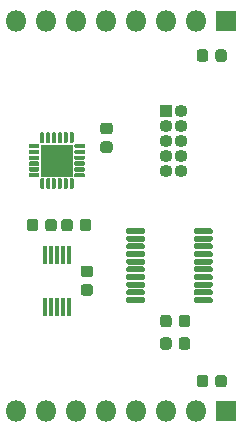
<source format=gbr>
%TF.GenerationSoftware,KiCad,Pcbnew,(5.1.6)-1*%
%TF.CreationDate,2020-11-21T10:09:12-08:00*%
%TF.ProjectId,SoftTakeover,536f6674-5461-46b6-956f-7665722e6b69,rev?*%
%TF.SameCoordinates,Original*%
%TF.FileFunction,Soldermask,Top*%
%TF.FilePolarity,Negative*%
%FSLAX46Y46*%
G04 Gerber Fmt 4.6, Leading zero omitted, Abs format (unit mm)*
G04 Created by KiCad (PCBNEW (5.1.6)-1) date 2020-11-21 10:09:12*
%MOMM*%
%LPD*%
G01*
G04 APERTURE LIST*
%ADD10O,1.800000X1.800000*%
%ADD11R,1.800000X1.800000*%
%ADD12R,0.400000X1.500000*%
%ADD13R,2.700000X2.700000*%
%ADD14R,1.100000X1.100000*%
%ADD15O,1.100000X1.100000*%
G04 APERTURE END LIST*
%TO.C,C6*%
G36*
G01*
X140101500Y-112041250D02*
X140101500Y-111478750D01*
G75*
G02*
X140345250Y-111235000I243750J0D01*
G01*
X140832750Y-111235000D01*
G75*
G02*
X141076500Y-111478750I0J-243750D01*
G01*
X141076500Y-112041250D01*
G75*
G02*
X140832750Y-112285000I-243750J0D01*
G01*
X140345250Y-112285000D01*
G75*
G02*
X140101500Y-112041250I0J243750D01*
G01*
G37*
G36*
G01*
X138526500Y-112041250D02*
X138526500Y-111478750D01*
G75*
G02*
X138770250Y-111235000I243750J0D01*
G01*
X139257750Y-111235000D01*
G75*
G02*
X139501500Y-111478750I0J-243750D01*
G01*
X139501500Y-112041250D01*
G75*
G02*
X139257750Y-112285000I-243750J0D01*
G01*
X138770250Y-112285000D01*
G75*
G02*
X138526500Y-112041250I0J243750D01*
G01*
G37*
%TD*%
%TO.C,C2*%
G36*
G01*
X142600500Y-116558750D02*
X142600500Y-117121250D01*
G75*
G02*
X142356750Y-117365000I-243750J0D01*
G01*
X141869250Y-117365000D01*
G75*
G02*
X141625500Y-117121250I0J243750D01*
G01*
X141625500Y-116558750D01*
G75*
G02*
X141869250Y-116315000I243750J0D01*
G01*
X142356750Y-116315000D01*
G75*
G02*
X142600500Y-116558750I0J-243750D01*
G01*
G37*
G36*
G01*
X144175500Y-116558750D02*
X144175500Y-117121250D01*
G75*
G02*
X143931750Y-117365000I-243750J0D01*
G01*
X143444250Y-117365000D01*
G75*
G02*
X143200500Y-117121250I0J243750D01*
G01*
X143200500Y-116558750D01*
G75*
G02*
X143444250Y-116315000I243750J0D01*
G01*
X143931750Y-116315000D01*
G75*
G02*
X144175500Y-116558750I0J-243750D01*
G01*
G37*
%TD*%
%TO.C,C5*%
G36*
G01*
X140101500Y-113946250D02*
X140101500Y-113383750D01*
G75*
G02*
X140345250Y-113140000I243750J0D01*
G01*
X140832750Y-113140000D01*
G75*
G02*
X141076500Y-113383750I0J-243750D01*
G01*
X141076500Y-113946250D01*
G75*
G02*
X140832750Y-114190000I-243750J0D01*
G01*
X140345250Y-114190000D01*
G75*
G02*
X140101500Y-113946250I0J243750D01*
G01*
G37*
G36*
G01*
X138526500Y-113946250D02*
X138526500Y-113383750D01*
G75*
G02*
X138770250Y-113140000I243750J0D01*
G01*
X139257750Y-113140000D01*
G75*
G02*
X139501500Y-113383750I0J-243750D01*
G01*
X139501500Y-113946250D01*
G75*
G02*
X139257750Y-114190000I-243750J0D01*
G01*
X138770250Y-114190000D01*
G75*
G02*
X138526500Y-113946250I0J243750D01*
G01*
G37*
%TD*%
%TO.C,C4*%
G36*
G01*
X134266250Y-95940500D02*
X133703750Y-95940500D01*
G75*
G02*
X133460000Y-95696750I0J243750D01*
G01*
X133460000Y-95209250D01*
G75*
G02*
X133703750Y-94965500I243750J0D01*
G01*
X134266250Y-94965500D01*
G75*
G02*
X134510000Y-95209250I0J-243750D01*
G01*
X134510000Y-95696750D01*
G75*
G02*
X134266250Y-95940500I-243750J0D01*
G01*
G37*
G36*
G01*
X134266250Y-97515500D02*
X133703750Y-97515500D01*
G75*
G02*
X133460000Y-97271750I0J243750D01*
G01*
X133460000Y-96784250D01*
G75*
G02*
X133703750Y-96540500I243750J0D01*
G01*
X134266250Y-96540500D01*
G75*
G02*
X134510000Y-96784250I0J-243750D01*
G01*
X134510000Y-97271750D01*
G75*
G02*
X134266250Y-97515500I-243750J0D01*
G01*
G37*
%TD*%
%TO.C,C3*%
G36*
G01*
X132615250Y-108031000D02*
X132052750Y-108031000D01*
G75*
G02*
X131809000Y-107787250I0J243750D01*
G01*
X131809000Y-107299750D01*
G75*
G02*
X132052750Y-107056000I243750J0D01*
G01*
X132615250Y-107056000D01*
G75*
G02*
X132859000Y-107299750I0J-243750D01*
G01*
X132859000Y-107787250D01*
G75*
G02*
X132615250Y-108031000I-243750J0D01*
G01*
G37*
G36*
G01*
X132615250Y-109606000D02*
X132052750Y-109606000D01*
G75*
G02*
X131809000Y-109362250I0J243750D01*
G01*
X131809000Y-108874750D01*
G75*
G02*
X132052750Y-108631000I243750J0D01*
G01*
X132615250Y-108631000D01*
G75*
G02*
X132859000Y-108874750I0J-243750D01*
G01*
X132859000Y-109362250D01*
G75*
G02*
X132615250Y-109606000I-243750J0D01*
G01*
G37*
%TD*%
%TO.C,C1*%
G36*
G01*
X142600500Y-88999750D02*
X142600500Y-89562250D01*
G75*
G02*
X142356750Y-89806000I-243750J0D01*
G01*
X141869250Y-89806000D01*
G75*
G02*
X141625500Y-89562250I0J243750D01*
G01*
X141625500Y-88999750D01*
G75*
G02*
X141869250Y-88756000I243750J0D01*
G01*
X142356750Y-88756000D01*
G75*
G02*
X142600500Y-88999750I0J-243750D01*
G01*
G37*
G36*
G01*
X144175500Y-88999750D02*
X144175500Y-89562250D01*
G75*
G02*
X143931750Y-89806000I-243750J0D01*
G01*
X143444250Y-89806000D01*
G75*
G02*
X143200500Y-89562250I0J243750D01*
G01*
X143200500Y-88999750D01*
G75*
G02*
X143444250Y-88756000I243750J0D01*
G01*
X143931750Y-88756000D01*
G75*
G02*
X144175500Y-88999750I0J-243750D01*
G01*
G37*
%TD*%
D10*
%TO.C,J1*%
X126365000Y-86360000D03*
X128905000Y-86360000D03*
X131445000Y-86360000D03*
X133985000Y-86360000D03*
X136525000Y-86360000D03*
X139065000Y-86360000D03*
X141605000Y-86360000D03*
D11*
X144145000Y-86360000D03*
%TD*%
%TO.C,U3*%
G36*
G01*
X137244000Y-109861000D02*
X137244000Y-110111000D01*
G75*
G02*
X137119000Y-110236000I-125000J0D01*
G01*
X135794000Y-110236000D01*
G75*
G02*
X135669000Y-110111000I0J125000D01*
G01*
X135669000Y-109861000D01*
G75*
G02*
X135794000Y-109736000I125000J0D01*
G01*
X137119000Y-109736000D01*
G75*
G02*
X137244000Y-109861000I0J-125000D01*
G01*
G37*
G36*
G01*
X137244000Y-109211000D02*
X137244000Y-109461000D01*
G75*
G02*
X137119000Y-109586000I-125000J0D01*
G01*
X135794000Y-109586000D01*
G75*
G02*
X135669000Y-109461000I0J125000D01*
G01*
X135669000Y-109211000D01*
G75*
G02*
X135794000Y-109086000I125000J0D01*
G01*
X137119000Y-109086000D01*
G75*
G02*
X137244000Y-109211000I0J-125000D01*
G01*
G37*
G36*
G01*
X137244000Y-108561000D02*
X137244000Y-108811000D01*
G75*
G02*
X137119000Y-108936000I-125000J0D01*
G01*
X135794000Y-108936000D01*
G75*
G02*
X135669000Y-108811000I0J125000D01*
G01*
X135669000Y-108561000D01*
G75*
G02*
X135794000Y-108436000I125000J0D01*
G01*
X137119000Y-108436000D01*
G75*
G02*
X137244000Y-108561000I0J-125000D01*
G01*
G37*
G36*
G01*
X137244000Y-107911000D02*
X137244000Y-108161000D01*
G75*
G02*
X137119000Y-108286000I-125000J0D01*
G01*
X135794000Y-108286000D01*
G75*
G02*
X135669000Y-108161000I0J125000D01*
G01*
X135669000Y-107911000D01*
G75*
G02*
X135794000Y-107786000I125000J0D01*
G01*
X137119000Y-107786000D01*
G75*
G02*
X137244000Y-107911000I0J-125000D01*
G01*
G37*
G36*
G01*
X137244000Y-107261000D02*
X137244000Y-107511000D01*
G75*
G02*
X137119000Y-107636000I-125000J0D01*
G01*
X135794000Y-107636000D01*
G75*
G02*
X135669000Y-107511000I0J125000D01*
G01*
X135669000Y-107261000D01*
G75*
G02*
X135794000Y-107136000I125000J0D01*
G01*
X137119000Y-107136000D01*
G75*
G02*
X137244000Y-107261000I0J-125000D01*
G01*
G37*
G36*
G01*
X137244000Y-106611000D02*
X137244000Y-106861000D01*
G75*
G02*
X137119000Y-106986000I-125000J0D01*
G01*
X135794000Y-106986000D01*
G75*
G02*
X135669000Y-106861000I0J125000D01*
G01*
X135669000Y-106611000D01*
G75*
G02*
X135794000Y-106486000I125000J0D01*
G01*
X137119000Y-106486000D01*
G75*
G02*
X137244000Y-106611000I0J-125000D01*
G01*
G37*
G36*
G01*
X137244000Y-105961000D02*
X137244000Y-106211000D01*
G75*
G02*
X137119000Y-106336000I-125000J0D01*
G01*
X135794000Y-106336000D01*
G75*
G02*
X135669000Y-106211000I0J125000D01*
G01*
X135669000Y-105961000D01*
G75*
G02*
X135794000Y-105836000I125000J0D01*
G01*
X137119000Y-105836000D01*
G75*
G02*
X137244000Y-105961000I0J-125000D01*
G01*
G37*
G36*
G01*
X137244000Y-105311000D02*
X137244000Y-105561000D01*
G75*
G02*
X137119000Y-105686000I-125000J0D01*
G01*
X135794000Y-105686000D01*
G75*
G02*
X135669000Y-105561000I0J125000D01*
G01*
X135669000Y-105311000D01*
G75*
G02*
X135794000Y-105186000I125000J0D01*
G01*
X137119000Y-105186000D01*
G75*
G02*
X137244000Y-105311000I0J-125000D01*
G01*
G37*
G36*
G01*
X137244000Y-104661000D02*
X137244000Y-104911000D01*
G75*
G02*
X137119000Y-105036000I-125000J0D01*
G01*
X135794000Y-105036000D01*
G75*
G02*
X135669000Y-104911000I0J125000D01*
G01*
X135669000Y-104661000D01*
G75*
G02*
X135794000Y-104536000I125000J0D01*
G01*
X137119000Y-104536000D01*
G75*
G02*
X137244000Y-104661000I0J-125000D01*
G01*
G37*
G36*
G01*
X137244000Y-104011000D02*
X137244000Y-104261000D01*
G75*
G02*
X137119000Y-104386000I-125000J0D01*
G01*
X135794000Y-104386000D01*
G75*
G02*
X135669000Y-104261000I0J125000D01*
G01*
X135669000Y-104011000D01*
G75*
G02*
X135794000Y-103886000I125000J0D01*
G01*
X137119000Y-103886000D01*
G75*
G02*
X137244000Y-104011000I0J-125000D01*
G01*
G37*
G36*
G01*
X142969000Y-104011000D02*
X142969000Y-104261000D01*
G75*
G02*
X142844000Y-104386000I-125000J0D01*
G01*
X141519000Y-104386000D01*
G75*
G02*
X141394000Y-104261000I0J125000D01*
G01*
X141394000Y-104011000D01*
G75*
G02*
X141519000Y-103886000I125000J0D01*
G01*
X142844000Y-103886000D01*
G75*
G02*
X142969000Y-104011000I0J-125000D01*
G01*
G37*
G36*
G01*
X142969000Y-104661000D02*
X142969000Y-104911000D01*
G75*
G02*
X142844000Y-105036000I-125000J0D01*
G01*
X141519000Y-105036000D01*
G75*
G02*
X141394000Y-104911000I0J125000D01*
G01*
X141394000Y-104661000D01*
G75*
G02*
X141519000Y-104536000I125000J0D01*
G01*
X142844000Y-104536000D01*
G75*
G02*
X142969000Y-104661000I0J-125000D01*
G01*
G37*
G36*
G01*
X142969000Y-105311000D02*
X142969000Y-105561000D01*
G75*
G02*
X142844000Y-105686000I-125000J0D01*
G01*
X141519000Y-105686000D01*
G75*
G02*
X141394000Y-105561000I0J125000D01*
G01*
X141394000Y-105311000D01*
G75*
G02*
X141519000Y-105186000I125000J0D01*
G01*
X142844000Y-105186000D01*
G75*
G02*
X142969000Y-105311000I0J-125000D01*
G01*
G37*
G36*
G01*
X142969000Y-105961000D02*
X142969000Y-106211000D01*
G75*
G02*
X142844000Y-106336000I-125000J0D01*
G01*
X141519000Y-106336000D01*
G75*
G02*
X141394000Y-106211000I0J125000D01*
G01*
X141394000Y-105961000D01*
G75*
G02*
X141519000Y-105836000I125000J0D01*
G01*
X142844000Y-105836000D01*
G75*
G02*
X142969000Y-105961000I0J-125000D01*
G01*
G37*
G36*
G01*
X142969000Y-106611000D02*
X142969000Y-106861000D01*
G75*
G02*
X142844000Y-106986000I-125000J0D01*
G01*
X141519000Y-106986000D01*
G75*
G02*
X141394000Y-106861000I0J125000D01*
G01*
X141394000Y-106611000D01*
G75*
G02*
X141519000Y-106486000I125000J0D01*
G01*
X142844000Y-106486000D01*
G75*
G02*
X142969000Y-106611000I0J-125000D01*
G01*
G37*
G36*
G01*
X142969000Y-107261000D02*
X142969000Y-107511000D01*
G75*
G02*
X142844000Y-107636000I-125000J0D01*
G01*
X141519000Y-107636000D01*
G75*
G02*
X141394000Y-107511000I0J125000D01*
G01*
X141394000Y-107261000D01*
G75*
G02*
X141519000Y-107136000I125000J0D01*
G01*
X142844000Y-107136000D01*
G75*
G02*
X142969000Y-107261000I0J-125000D01*
G01*
G37*
G36*
G01*
X142969000Y-107911000D02*
X142969000Y-108161000D01*
G75*
G02*
X142844000Y-108286000I-125000J0D01*
G01*
X141519000Y-108286000D01*
G75*
G02*
X141394000Y-108161000I0J125000D01*
G01*
X141394000Y-107911000D01*
G75*
G02*
X141519000Y-107786000I125000J0D01*
G01*
X142844000Y-107786000D01*
G75*
G02*
X142969000Y-107911000I0J-125000D01*
G01*
G37*
G36*
G01*
X142969000Y-108561000D02*
X142969000Y-108811000D01*
G75*
G02*
X142844000Y-108936000I-125000J0D01*
G01*
X141519000Y-108936000D01*
G75*
G02*
X141394000Y-108811000I0J125000D01*
G01*
X141394000Y-108561000D01*
G75*
G02*
X141519000Y-108436000I125000J0D01*
G01*
X142844000Y-108436000D01*
G75*
G02*
X142969000Y-108561000I0J-125000D01*
G01*
G37*
G36*
G01*
X142969000Y-109211000D02*
X142969000Y-109461000D01*
G75*
G02*
X142844000Y-109586000I-125000J0D01*
G01*
X141519000Y-109586000D01*
G75*
G02*
X141394000Y-109461000I0J125000D01*
G01*
X141394000Y-109211000D01*
G75*
G02*
X141519000Y-109086000I125000J0D01*
G01*
X142844000Y-109086000D01*
G75*
G02*
X142969000Y-109211000I0J-125000D01*
G01*
G37*
G36*
G01*
X142969000Y-109861000D02*
X142969000Y-110111000D01*
G75*
G02*
X142844000Y-110236000I-125000J0D01*
G01*
X141519000Y-110236000D01*
G75*
G02*
X141394000Y-110111000I0J125000D01*
G01*
X141394000Y-109861000D01*
G75*
G02*
X141519000Y-109736000I125000J0D01*
G01*
X142844000Y-109736000D01*
G75*
G02*
X142969000Y-109861000I0J-125000D01*
G01*
G37*
%TD*%
D12*
%TO.C,U2*%
X130794000Y-110531000D03*
X130294000Y-110531000D03*
X129794000Y-110531000D03*
X129294000Y-110531000D03*
X128794000Y-110531000D03*
X128794000Y-106131000D03*
X129294000Y-106131000D03*
X129794000Y-106131000D03*
X130294000Y-106131000D03*
X130794000Y-106131000D03*
%TD*%
D13*
%TO.C,U1*%
X129794000Y-98171000D03*
G36*
G01*
X131356500Y-96746000D02*
X132106500Y-96746000D01*
G75*
G02*
X132194000Y-96833500I0J-87500D01*
G01*
X132194000Y-97008500D01*
G75*
G02*
X132106500Y-97096000I-87500J0D01*
G01*
X131356500Y-97096000D01*
G75*
G02*
X131269000Y-97008500I0J87500D01*
G01*
X131269000Y-96833500D01*
G75*
G02*
X131356500Y-96746000I87500J0D01*
G01*
G37*
G36*
G01*
X131356500Y-97246000D02*
X132106500Y-97246000D01*
G75*
G02*
X132194000Y-97333500I0J-87500D01*
G01*
X132194000Y-97508500D01*
G75*
G02*
X132106500Y-97596000I-87500J0D01*
G01*
X131356500Y-97596000D01*
G75*
G02*
X131269000Y-97508500I0J87500D01*
G01*
X131269000Y-97333500D01*
G75*
G02*
X131356500Y-97246000I87500J0D01*
G01*
G37*
G36*
G01*
X131356500Y-97746000D02*
X132106500Y-97746000D01*
G75*
G02*
X132194000Y-97833500I0J-87500D01*
G01*
X132194000Y-98008500D01*
G75*
G02*
X132106500Y-98096000I-87500J0D01*
G01*
X131356500Y-98096000D01*
G75*
G02*
X131269000Y-98008500I0J87500D01*
G01*
X131269000Y-97833500D01*
G75*
G02*
X131356500Y-97746000I87500J0D01*
G01*
G37*
G36*
G01*
X131356500Y-98246000D02*
X132106500Y-98246000D01*
G75*
G02*
X132194000Y-98333500I0J-87500D01*
G01*
X132194000Y-98508500D01*
G75*
G02*
X132106500Y-98596000I-87500J0D01*
G01*
X131356500Y-98596000D01*
G75*
G02*
X131269000Y-98508500I0J87500D01*
G01*
X131269000Y-98333500D01*
G75*
G02*
X131356500Y-98246000I87500J0D01*
G01*
G37*
G36*
G01*
X131356500Y-98746000D02*
X132106500Y-98746000D01*
G75*
G02*
X132194000Y-98833500I0J-87500D01*
G01*
X132194000Y-99008500D01*
G75*
G02*
X132106500Y-99096000I-87500J0D01*
G01*
X131356500Y-99096000D01*
G75*
G02*
X131269000Y-99008500I0J87500D01*
G01*
X131269000Y-98833500D01*
G75*
G02*
X131356500Y-98746000I87500J0D01*
G01*
G37*
G36*
G01*
X131356500Y-99246000D02*
X132106500Y-99246000D01*
G75*
G02*
X132194000Y-99333500I0J-87500D01*
G01*
X132194000Y-99508500D01*
G75*
G02*
X132106500Y-99596000I-87500J0D01*
G01*
X131356500Y-99596000D01*
G75*
G02*
X131269000Y-99508500I0J87500D01*
G01*
X131269000Y-99333500D01*
G75*
G02*
X131356500Y-99246000I87500J0D01*
G01*
G37*
G36*
G01*
X130956500Y-99646000D02*
X131131500Y-99646000D01*
G75*
G02*
X131219000Y-99733500I0J-87500D01*
G01*
X131219000Y-100483500D01*
G75*
G02*
X131131500Y-100571000I-87500J0D01*
G01*
X130956500Y-100571000D01*
G75*
G02*
X130869000Y-100483500I0J87500D01*
G01*
X130869000Y-99733500D01*
G75*
G02*
X130956500Y-99646000I87500J0D01*
G01*
G37*
G36*
G01*
X130456500Y-99646000D02*
X130631500Y-99646000D01*
G75*
G02*
X130719000Y-99733500I0J-87500D01*
G01*
X130719000Y-100483500D01*
G75*
G02*
X130631500Y-100571000I-87500J0D01*
G01*
X130456500Y-100571000D01*
G75*
G02*
X130369000Y-100483500I0J87500D01*
G01*
X130369000Y-99733500D01*
G75*
G02*
X130456500Y-99646000I87500J0D01*
G01*
G37*
G36*
G01*
X129956500Y-99646000D02*
X130131500Y-99646000D01*
G75*
G02*
X130219000Y-99733500I0J-87500D01*
G01*
X130219000Y-100483500D01*
G75*
G02*
X130131500Y-100571000I-87500J0D01*
G01*
X129956500Y-100571000D01*
G75*
G02*
X129869000Y-100483500I0J87500D01*
G01*
X129869000Y-99733500D01*
G75*
G02*
X129956500Y-99646000I87500J0D01*
G01*
G37*
G36*
G01*
X129456500Y-99646000D02*
X129631500Y-99646000D01*
G75*
G02*
X129719000Y-99733500I0J-87500D01*
G01*
X129719000Y-100483500D01*
G75*
G02*
X129631500Y-100571000I-87500J0D01*
G01*
X129456500Y-100571000D01*
G75*
G02*
X129369000Y-100483500I0J87500D01*
G01*
X129369000Y-99733500D01*
G75*
G02*
X129456500Y-99646000I87500J0D01*
G01*
G37*
G36*
G01*
X128956500Y-99646000D02*
X129131500Y-99646000D01*
G75*
G02*
X129219000Y-99733500I0J-87500D01*
G01*
X129219000Y-100483500D01*
G75*
G02*
X129131500Y-100571000I-87500J0D01*
G01*
X128956500Y-100571000D01*
G75*
G02*
X128869000Y-100483500I0J87500D01*
G01*
X128869000Y-99733500D01*
G75*
G02*
X128956500Y-99646000I87500J0D01*
G01*
G37*
G36*
G01*
X128456500Y-99646000D02*
X128631500Y-99646000D01*
G75*
G02*
X128719000Y-99733500I0J-87500D01*
G01*
X128719000Y-100483500D01*
G75*
G02*
X128631500Y-100571000I-87500J0D01*
G01*
X128456500Y-100571000D01*
G75*
G02*
X128369000Y-100483500I0J87500D01*
G01*
X128369000Y-99733500D01*
G75*
G02*
X128456500Y-99646000I87500J0D01*
G01*
G37*
G36*
G01*
X127481500Y-99246000D02*
X128231500Y-99246000D01*
G75*
G02*
X128319000Y-99333500I0J-87500D01*
G01*
X128319000Y-99508500D01*
G75*
G02*
X128231500Y-99596000I-87500J0D01*
G01*
X127481500Y-99596000D01*
G75*
G02*
X127394000Y-99508500I0J87500D01*
G01*
X127394000Y-99333500D01*
G75*
G02*
X127481500Y-99246000I87500J0D01*
G01*
G37*
G36*
G01*
X127481500Y-98746000D02*
X128231500Y-98746000D01*
G75*
G02*
X128319000Y-98833500I0J-87500D01*
G01*
X128319000Y-99008500D01*
G75*
G02*
X128231500Y-99096000I-87500J0D01*
G01*
X127481500Y-99096000D01*
G75*
G02*
X127394000Y-99008500I0J87500D01*
G01*
X127394000Y-98833500D01*
G75*
G02*
X127481500Y-98746000I87500J0D01*
G01*
G37*
G36*
G01*
X127481500Y-98246000D02*
X128231500Y-98246000D01*
G75*
G02*
X128319000Y-98333500I0J-87500D01*
G01*
X128319000Y-98508500D01*
G75*
G02*
X128231500Y-98596000I-87500J0D01*
G01*
X127481500Y-98596000D01*
G75*
G02*
X127394000Y-98508500I0J87500D01*
G01*
X127394000Y-98333500D01*
G75*
G02*
X127481500Y-98246000I87500J0D01*
G01*
G37*
G36*
G01*
X127481500Y-97746000D02*
X128231500Y-97746000D01*
G75*
G02*
X128319000Y-97833500I0J-87500D01*
G01*
X128319000Y-98008500D01*
G75*
G02*
X128231500Y-98096000I-87500J0D01*
G01*
X127481500Y-98096000D01*
G75*
G02*
X127394000Y-98008500I0J87500D01*
G01*
X127394000Y-97833500D01*
G75*
G02*
X127481500Y-97746000I87500J0D01*
G01*
G37*
G36*
G01*
X127481500Y-97246000D02*
X128231500Y-97246000D01*
G75*
G02*
X128319000Y-97333500I0J-87500D01*
G01*
X128319000Y-97508500D01*
G75*
G02*
X128231500Y-97596000I-87500J0D01*
G01*
X127481500Y-97596000D01*
G75*
G02*
X127394000Y-97508500I0J87500D01*
G01*
X127394000Y-97333500D01*
G75*
G02*
X127481500Y-97246000I87500J0D01*
G01*
G37*
G36*
G01*
X127481500Y-96746000D02*
X128231500Y-96746000D01*
G75*
G02*
X128319000Y-96833500I0J-87500D01*
G01*
X128319000Y-97008500D01*
G75*
G02*
X128231500Y-97096000I-87500J0D01*
G01*
X127481500Y-97096000D01*
G75*
G02*
X127394000Y-97008500I0J87500D01*
G01*
X127394000Y-96833500D01*
G75*
G02*
X127481500Y-96746000I87500J0D01*
G01*
G37*
G36*
G01*
X128456500Y-95771000D02*
X128631500Y-95771000D01*
G75*
G02*
X128719000Y-95858500I0J-87500D01*
G01*
X128719000Y-96608500D01*
G75*
G02*
X128631500Y-96696000I-87500J0D01*
G01*
X128456500Y-96696000D01*
G75*
G02*
X128369000Y-96608500I0J87500D01*
G01*
X128369000Y-95858500D01*
G75*
G02*
X128456500Y-95771000I87500J0D01*
G01*
G37*
G36*
G01*
X128956500Y-95771000D02*
X129131500Y-95771000D01*
G75*
G02*
X129219000Y-95858500I0J-87500D01*
G01*
X129219000Y-96608500D01*
G75*
G02*
X129131500Y-96696000I-87500J0D01*
G01*
X128956500Y-96696000D01*
G75*
G02*
X128869000Y-96608500I0J87500D01*
G01*
X128869000Y-95858500D01*
G75*
G02*
X128956500Y-95771000I87500J0D01*
G01*
G37*
G36*
G01*
X129456500Y-95771000D02*
X129631500Y-95771000D01*
G75*
G02*
X129719000Y-95858500I0J-87500D01*
G01*
X129719000Y-96608500D01*
G75*
G02*
X129631500Y-96696000I-87500J0D01*
G01*
X129456500Y-96696000D01*
G75*
G02*
X129369000Y-96608500I0J87500D01*
G01*
X129369000Y-95858500D01*
G75*
G02*
X129456500Y-95771000I87500J0D01*
G01*
G37*
G36*
G01*
X129956500Y-95771000D02*
X130131500Y-95771000D01*
G75*
G02*
X130219000Y-95858500I0J-87500D01*
G01*
X130219000Y-96608500D01*
G75*
G02*
X130131500Y-96696000I-87500J0D01*
G01*
X129956500Y-96696000D01*
G75*
G02*
X129869000Y-96608500I0J87500D01*
G01*
X129869000Y-95858500D01*
G75*
G02*
X129956500Y-95771000I87500J0D01*
G01*
G37*
G36*
G01*
X130456500Y-95771000D02*
X130631500Y-95771000D01*
G75*
G02*
X130719000Y-95858500I0J-87500D01*
G01*
X130719000Y-96608500D01*
G75*
G02*
X130631500Y-96696000I-87500J0D01*
G01*
X130456500Y-96696000D01*
G75*
G02*
X130369000Y-96608500I0J87500D01*
G01*
X130369000Y-95858500D01*
G75*
G02*
X130456500Y-95771000I87500J0D01*
G01*
G37*
G36*
G01*
X130956500Y-95771000D02*
X131131500Y-95771000D01*
G75*
G02*
X131219000Y-95858500I0J-87500D01*
G01*
X131219000Y-96608500D01*
G75*
G02*
X131131500Y-96696000I-87500J0D01*
G01*
X130956500Y-96696000D01*
G75*
G02*
X130869000Y-96608500I0J87500D01*
G01*
X130869000Y-95858500D01*
G75*
G02*
X130956500Y-95771000I87500J0D01*
G01*
G37*
%TD*%
%TO.C,R3*%
G36*
G01*
X128798500Y-103913250D02*
X128798500Y-103350750D01*
G75*
G02*
X129042250Y-103107000I243750J0D01*
G01*
X129529750Y-103107000D01*
G75*
G02*
X129773500Y-103350750I0J-243750D01*
G01*
X129773500Y-103913250D01*
G75*
G02*
X129529750Y-104157000I-243750J0D01*
G01*
X129042250Y-104157000D01*
G75*
G02*
X128798500Y-103913250I0J243750D01*
G01*
G37*
G36*
G01*
X127223500Y-103913250D02*
X127223500Y-103350750D01*
G75*
G02*
X127467250Y-103107000I243750J0D01*
G01*
X127954750Y-103107000D01*
G75*
G02*
X128198500Y-103350750I0J-243750D01*
G01*
X128198500Y-103913250D01*
G75*
G02*
X127954750Y-104157000I-243750J0D01*
G01*
X127467250Y-104157000D01*
G75*
G02*
X127223500Y-103913250I0J243750D01*
G01*
G37*
%TD*%
%TO.C,R2*%
G36*
G01*
X131145000Y-103350750D02*
X131145000Y-103913250D01*
G75*
G02*
X130901250Y-104157000I-243750J0D01*
G01*
X130413750Y-104157000D01*
G75*
G02*
X130170000Y-103913250I0J243750D01*
G01*
X130170000Y-103350750D01*
G75*
G02*
X130413750Y-103107000I243750J0D01*
G01*
X130901250Y-103107000D01*
G75*
G02*
X131145000Y-103350750I0J-243750D01*
G01*
G37*
G36*
G01*
X132720000Y-103350750D02*
X132720000Y-103913250D01*
G75*
G02*
X132476250Y-104157000I-243750J0D01*
G01*
X131988750Y-104157000D01*
G75*
G02*
X131745000Y-103913250I0J243750D01*
G01*
X131745000Y-103350750D01*
G75*
G02*
X131988750Y-103107000I243750J0D01*
G01*
X132476250Y-103107000D01*
G75*
G02*
X132720000Y-103350750I0J-243750D01*
G01*
G37*
%TD*%
D14*
%TO.C,J3*%
X139065000Y-93980000D03*
D15*
X140335000Y-93980000D03*
X139065000Y-95250000D03*
X140335000Y-95250000D03*
X139065000Y-96520000D03*
X140335000Y-96520000D03*
X139065000Y-97790000D03*
X140335000Y-97790000D03*
X139065000Y-99060000D03*
X140335000Y-99060000D03*
%TD*%
D10*
%TO.C,J2*%
X126365000Y-119380000D03*
X128905000Y-119380000D03*
X131445000Y-119380000D03*
X133985000Y-119380000D03*
X136525000Y-119380000D03*
X139065000Y-119380000D03*
X141605000Y-119380000D03*
D11*
X144145000Y-119380000D03*
%TD*%
M02*

</source>
